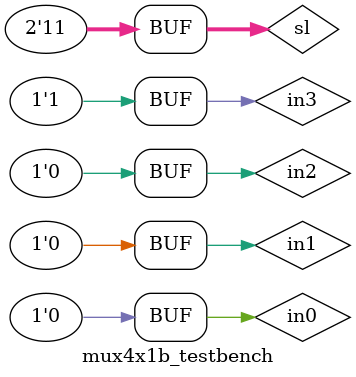
<source format=v>
`define DELAY 20
module mux4x1b_testbench();
reg in3, in2, in1, in0;
reg [1:0] sl;
wire out;

mux4x1b mux (out, in3, in2, in1, in0, sl);

initial begin
in3 = 1'd0; in2 = 1'd0; in1 = 1'd0; in0 = 1'd1; sl = 2'b00;
#`DELAY;
in3 = 1'd0; in2 = 1'd0; in1 = 1'd1; in0 = 1'd0; sl = 2'b01;
#`DELAY;
in3 = 1'd0; in2 = 1'd1; in1 = 1'd0; in0 = 1'd0; sl = 2'b10;
#`DELAY;
in3 = 1'd1; in2 = 1'd0; in1 = 1'd0; in0 = 1'd0; sl = 2'b11;
#`DELAY;
end
 
 
initial
begin
$monitor("time = %2d, in3 =%d, in2=%d, in1 =%d, in0=%d, out=%d, sl=%2b", $time, in3, in2, in1, in0, out, sl);
end
 
endmodule

</source>
